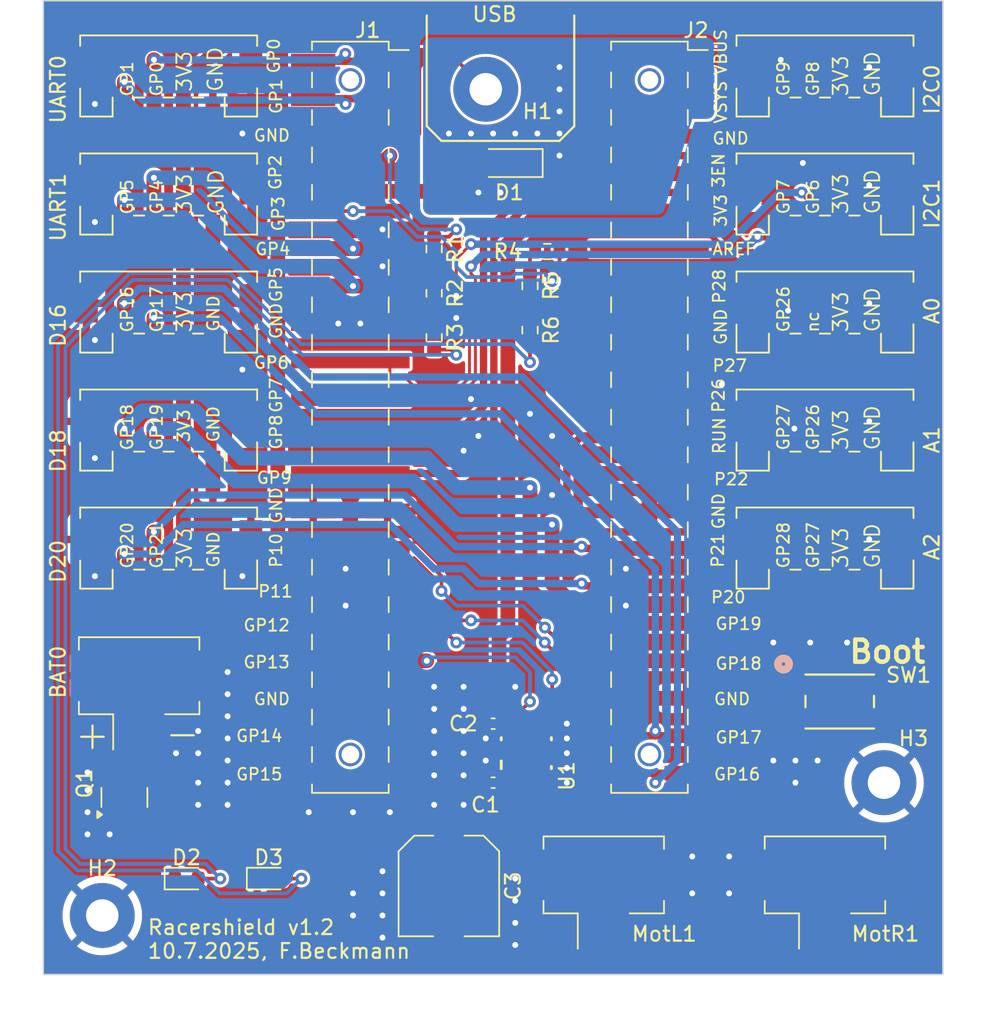
<source format=kicad_pcb>
(kicad_pcb (version 20241229) (generator "pcbnew") (generator_version "9.0")
  (layers (0 "F.Cu" signal) (2 "B.Cu" signal) (13 "F.Paste" user) (15 "B.Paste" user) (5 "F.SilkS" user "F.Silkscreen") (7 "B.SilkS" user "B.Silkscreen") (1 "F.Mask" user) (3 "B.Mask" user) (25 "Edge.Cuts" user))
  (net 0 "")
  (net 1 "I2C1_SCL{slash}GP7")
  (net 2 "I2C1_SDA{slash}GP6")
  (net 3 "UART1_TX{slash}SPI0_RX{slash}GP4")
  (net 4 "GP13")
  (net 5 "GP15")
  (net 6 "GND")
  (net 7 "UART1_RX{slash}SPI0_CS{slash}GP5")
  (net 8 "UART0_RX{slash}GP1")
  (net 9 "GP11")
  (net 10 "GP14")
  (net 11 "I2C0_SCL{slash}GP9")
  (net 12 "SPI0_TX{slash}GP3")
  (net 13 "SPI0_SCK{slash}GP2")
  (net 14 "GP12")
  (net 15 "I2C0_SDA{slash}GP8")
  (net 16 "UART0_TX{slash}GP0")
  (net 17 "GP10")
  (net 18 "VSYS")
  (net 19 "3V3")
  (net 20 "GP16")
  (net 21 "GP17")
  (net 22 "GP18")
  (net 23 "GP22")
  (net 24 "ADC0{slash}GP26")
  (net 25 "GP19")
  (net 26 "ADC_VREF")
  (net 27 "3V3_EN")
  (net 28 "VBUS")
  (net 29 "RUN")
  (net 30 "ADC2{slash}GP28")
  (net 31 "ADC1{slash}GP27")
  (net 32 "GP20")
  (net 33 "GP21")
  (net 35 "VBAT")
  (net 36 "Net-(MotL1-Pin_2)")
  (net 37 "Net-(MotL1-Pin_1)")
  (net 38 "Net-(MotR1-Pin_2)")
  (net 39 "Net-(MotR1-Pin_1)")
  (net 40 "VBATP")
  (net 41 "Net-(D2-A)")
  (net 42 "Net-(D3-A)")
  (net 43 "Net-(R1-Pad2)")
  (net 44 "Net-(R2-Pad2)")
  (net 45 "Net-(R4-Pad2)")
  (net 46 "Net-(R5-Pad2)")
  (footprint "Diode_SMD:Nexperia_CFP3_SOD-123W" (layer "F.Cu") (at 31.6 11 180)
    (property "Reference" "D1")
    (property "Value" "PMEG2010ER")
  )
  (footprint "fredo:GROVE-HW4-SMD-2.0" (layer "F.Cu") (at 53 28.5)
    (property "Reference" "A1")
    (property "Value" "Grove")
  )
  (footprint "Resistor_SMD:R_0603_1608Metric" (layer "F.Cu") (at 26.5 22.825 -90)
    (property "Reference" "R3")
    (property "Value" "150R")
  )
  (footprint "fredo:SW4_PTS815 SJM 250 SMTR LFS_CNK" (layer "F.Cu") (at 54 47.5)
    (property "Reference" "SW1")
    (property "Value" "PTS815 SJM 250 SMTR LFS")
  )
  (footprint "fredo:DSS0012A" (layer "F.Cu") (at 32.75 51 90)
    (property "Reference" "U1")
    (property "Value" "DRV8835DSSR")
  )
  (footprint "fredo:JST_PH_B2B-PH-SM4-TB_1x02-1MP_P2.00mm_Vertical" (layer "F.Cu") (at 38 61)
    (property "Reference" "MotL1")
    (property "Value" "B2B-PH-SM4-TB")
  )
  (footprint "Resistor_SMD:R_0603_1608Metric" (layer "F.Cu") (at 26.5 16.825 -90)
    (property "Reference" "R1")
    (property "Value" "150R")
  )
  (footprint "MountingHole:MountingHole_2.2mm_M2_Pad" (layer "F.Cu") (at 57 53)
    (property "Reference" "H3")
    (property "Value" "MountingHole_Pad")
  )
  (footprint "fredo:PinSocket_2x20_P2.54mm_Vertical_SMD" (layer "F.Cu") (at 20.82 28.23)
    (property "Reference" "J1")
    (property "Value" "Conn_02x20_Odd_Even")
  )
  (footprint "fredo:GROVE-HW4-SMD-2.0" (layer "F.Cu") (at 8.5 36.5)
    (property "Reference" "D20")
    (property "Value" "Grove")
  )
  (footprint "fredo:GROVE-HW4-SMD-2.0" (layer "F.Cu") (at 53 12.5)
    (property "Reference" "I2C1")
    (property "Value" "Grove" (hide yes))
  )
  (footprint "fredo:GROVE-HW4-SMD-2.0" (layer "F.Cu") (at 53 36.5)
    (property "Reference" "A2")
    (property "Value" "Grove")
  )
  (footprint "MountingHole:MountingHole_2.2mm_M2_Pad" (layer "F.Cu") (at 4 62)
    (property "Reference" "H2")
    (property "Value" "MountingHole_Pad")
  )
  (footprint "fredo:JST_PH_B2B-PH-SM4-TB_1x02-1MP_P2.00mm_Vertical" (layer "F.Cu") (at 6.5 47.5)
    (property "Reference" "BAT0")
    (property "Value" "B2B-PH-SM4-TB" (hide yes))
  )
  (footprint "Resistor_SMD:R_0603_1608Metric" (layer "F.Cu") (at 33 22.325 -90)
    (property "Reference" "R6")
    (property "Value" "150R")
  )
  (footprint "fredo:PinSocket_2x20_P2.54mm_Vertical_SMD" (layer "F.Cu") (at 41.1 28.23)
    (property "Reference" "J2")
    (property "Value" "Conn_02x20_Odd_Even")
  )
  (footprint "fredo:GROVE-HW4-SMD-2.0" (layer "F.Cu") (at 8.5 12.5)
    (property "Reference" "UART1")
    (property "Value" "Grove" (hide yes))
  )
  (footprint "Resistor_SMD:R_0603_1608Metric" (layer "F.Cu") (at 33 19.325 -90)
    (property "Reference" "R5")
    (property "Value" "150R")
  )
  (footprint "fredo:GROVE-HW4-SMD-2.0" (layer "F.Cu") (at 53 4.5)
    (property "Reference" "I2C0")
    (property "Value" "Grove" (hide yes))
  )
  (footprint "fredo:JST_PH_B2B-PH-SM4-TB_1x02-1MP_P2.00mm_Vertical" (layer "F.Cu") (at 53 61)
    (property "Reference" "MotR1")
    (property "Value" "B2B-PH-SM4-TB")
  )
  (footprint "Capacitor_SMD:C_0402_1005Metric" (layer "F.Cu") (at 30.5 49)
    (property "Reference" "C2")
    (property "Value" "CERAMIC-100NF-16V-10%-X7R_0402_" (hide yes))
  )
  (footprint "fredo:GROVE-HW4-SMD-2.0" (layer "F.Cu") (at 53 20.5)
    (property "Reference" "A0")
    (property "Value" "Grove")
  )
  (footprint "fredo:GROVE-HW4-SMD-2.0" (layer "F.Cu") (at 8.5 28.5)
    (property "Reference" "D18")
    (property "Value" "Grove")
  )
  (footprint "Resistor_SMD:R_0603_1608Metric" (layer "F.Cu") (at 34.175 17 180)
    (property "Reference" "R4")
    (property "Value" "150R")
  )
  (footprint "Capacitor_SMD:C_Elec_6.3x5.4" (layer "F.Cu") (at 27.5 60 -90)
    (property "Reference" "C3")
    (property "Value" "SMD-Cap-Aluminium-47uF-25V-D6.3-H5.4")
  )
  (footprint "fredo:GROVE-HW4-SMD-2.0" (layer "F.Cu") (at 8.5 4.5)
    (property "Reference" "UART0")
    (property "Value" "Grove" (hide yes))
  )
  (footprint "Package_TO_SOT_SMD:SOT-23" (layer "F.Cu") (at 5.5 54 90)
    (property "Reference" "Q1")
    (property "Value" "DMG2305UX" (hide yes))
  )
  (footprint "MountingHole:MountingHole_2.2mm_M2_Pad" (layer "F.Cu") (at 30 6)
    (property "Reference" "H1")
    (property "Value" "MountingHole_Pad" (hide yes))
  )
  (footprint "Capacitor_SMD:C_0402_1005Metric" (layer "F.Cu") (at 30.5 53)
    (property "Reference" "C1")
    (property "Value" "CERAMIC-100NF-16V-10%-X7R_0402_" (hide yes))
  )
  (footprint "LED_SMD:LED_0603_1608Metric" (layer "F.Cu") (at 9.7125 59.5)
    (property "Reference" "D2")
    (property "Value" "KT-0603R")
  )
  (footprint "LED_SMD:LED_0603_1608Metric" (layer "F.Cu") (at 15.2875 59.5)
    (property "Reference" "D3")
    (property "Value" "KT-0603R")
  )
  (footprint "Resistor_SMD:R_0603_1608Metric" (layer "F.Cu") (at 26.5 19.825 -90)
    (property "Reference" "R2")
    (property "Value" "150R")
  )
  (footprint "fredo:GROVE-HW4-SMD-2.0" (layer "F.Cu") (at 8.5 20.5)
    (property "Reference" "D16")
    (property "Value" "Grove")
  )
  (gr_line (start 36 8.5) (end 36 1) (stroke (width 0.15)) (layer "F.SilkS"))
  (gr_line (start 35 9.5) (end 36 8.5) (stroke (width 0.15)) (layer "F.SilkS"))
  (gr_line (start 26 1) (end 26 8.5) (stroke (width 0.15)) (layer "F.SilkS"))
  (gr_line (start 27 9.5) (end 35 9.5) (stroke (width 0.15)) (layer "F.SilkS"))
  (gr_line (start 26 8.5) (end 27 9.5) (stroke (width 0.15)) (layer "F.SilkS"))
  (gr_rect (start 0 0) (end 61 66) (stroke (width 0.1)) (fill no) (layer "Edge.Cuts"))
  (gr_text "P28" (at 46.3 20.6 90) (layer "F.SilkS") (effects (font (size 0.8 0.8) (thickness 0.125)) (justify left bottom)))
  (gr_text "3V3" (at 46.4 15.4 90) (layer "F.SilkS") (effects (font (size 0.8 0.8) (thickness 0.125)) (justify left bottom)))
  (gr_text "GP5" (at 16.25 20.5 90) (layer "F.SilkS") (effects (font (size 0.8 0.8) (thickness 0.125)) (justify left bottom)))
  (gr_text "GND" (at 12 22.5 90) (layer "F.SilkS") (effects (font (size 0.8 0.8) (thickness 0.125)) (justify left bottom)))
  (gr_text "RUN" (at 46.3 30.8 90) (layer "F.SilkS") (effects (font (size 0.8 0.8) (thickness 0.125)) (justify left bottom)))
  (gr_text "GP27" (at 52.6515 38.54978 90) (layer "F.SilkS") (effects (font (size 0.8 0.8) (thickness 0.125)) (justify left bottom)))
  (gr_text "-" (at 8.1 50.8 0) (layer "F.SilkS") (effects (font (size 2 2)) (justify left bottom)))
  (gr_text "3V3" (at 10.14896 22.56062 90) (layer "F.SilkS") (effects (font (size 1 1) (thickness 0.125)) (justify left bottom)))
  (gr_text "GP6" (at 52.6515 14.54978 90) (layer "F.SilkS") (effects (font (size 0.8 0.8) (thickness 0.125)) (justify left bottom)))
  (gr_text "3V3" (at 10.14896 6.25 90) (layer "F.SilkS") (effects (font (size 1 1) (thickness 0.125)) (justify left bottom)))
  (gr_text "P26" (at 46.25 28 90) (layer "F.SilkS") (effects (font (size 0.8 0.8) (thickness 0.125)) (justify left bottom)))
  (gr_text "GND" (at 45.3 9.8 0) (layer "F.SilkS") (effects (font (size 0.8 0.8) (thickness 0.125)) (justify left bottom)))
  (gr_text "GP15" (at 13 52.9 0) (layer "F.SilkS") (effects (font (size 0.8 0.8) (thickness 0.125)) (justify left bottom)))
  (gr_text "P20" (at 45.2 40.9 0) (layer "F.SilkS") (effects (font (size 0.8 0.8) (thickness 0.125)) (justify left bottom)))
  (gr_text "3V3" (at 54.64896 6.54978 90) (layer "F.SilkS") (effects (font (size 1 1) (thickness 0.125)) (justify left bottom)))
  (gr_text "GND" (at 56.8 38.54978 90) (layer "F.SilkS") (effects (font (size 1 1) (thickness 0.125)) (justify left bottom)))
  (gr_text "P11" (at 14.5 40.5 0) (layer "F.SilkS") (effects (font (size 0.8 0.8) (thickness 0.125)) (justify left bottom)))
  (gr_text "GND" (at 12.25 6.25 90) (layer "F.SilkS") (effects (font (size 1 1) (thickness 0.125)) (justify left bottom)))
  (gr_text "GP20" (at 6.1515 38.56062 90) (layer "F.SilkS") (effects (font (size 0.8 0.8) (thickness 0.125)) (justify left bottom)))
  (gr_text "3V3" (at 10.14896 38.56062 90) (layer "F.SilkS") (effects (font (size 1 1) (thickness 0.125)) (justify left bottom)))
  (gr_text "GP17" (at 45.5 50.4 0) (layer "F.SilkS") (effects (font (size 0.8 0.8) (thickness 0.125)) (justify left bottom)))
  (gr_text "3EN" (at 46.25 12.75 90) (layer "F.SilkS") (effects (font (size 0.8 0.8) (thickness 0.125)) (justify left bottom)))
  (gr_text "GP9" (at 50.6515 6.54978 90) (layer "F.SilkS") (effects (font (size 0.8 0.8) (thickness 0.125)) (justify left bottom)))
  (gr_text "GND" (at 45.4 47.8 0) (layer "F.SilkS") (effects (font (size 0.8 0.8) (thickness 0.125)) (justify left bottom)))
  (gr_text "VBUS" (at 46.4 5.1 90) (layer "F.SilkS") (effects (font (size 0.8 0.8) (thickness 0.125)) (justify left bottom)))
  (gr_text "GP0" (at 8.1515 6.56062 90) (layer "F.SilkS") (effects (font (size 0.8 0.8) (thickness 0.125)) (justify left bottom)))
  (gr_text "GP19" (at 45.5 42.7 0) (layer "F.SilkS") (effects (font (size 0.8 0.8) (thickness 0.125)) (justify left bottom)))
  (gr_text "GP26" (at 50.6515 22.54978 90) (layer "F.SilkS") (effects (font (size 0.8 0.8) (thickness 0.125)) (justify left bottom)))
  (gr_text "GND" (at 14.2 47.8 0) (layer "F.SilkS") (effects (font (size 0.8 0.8) (thickness 0.125)) (justify left bottom)))
  (gr_text "GP13" (at 13.5 45.3 0) (layer "F.SilkS") (effects (font (size 0.8 0.8) (thickness 0.125)) (justify left bottom)))
  (gr_text "GND" (at 12 38.5 90) (layer "F.SilkS") (effects (font (size 0.8 0.8) (thickness 0.125)) (justify left bottom)))
  (gr_text "GND" (at 56.8 6.54978 90) (layer "F.SilkS") (effects (font (size 1 1) (thickness 0.125)) (justify left bottom)))
  (gr_text "GP7" (at 16.25 28 90) (layer "F.SilkS") (effects (font (size 0.8 0.8) (thickness 0.125)) (justify left bottom)))
  (gr_text "GND" (at 16.25 23 90) (layer "F.SilkS") (effects (font (size 0.8 0.8) (thickness 0.125)) (justify left bottom)))
  (gr_text "USB" (at 29 1.5 0) (layer "F.SilkS") (effects (font (size 1 1)) (justify left bottom)))
  (gr_text "GP7" (at 50.6515 14.54978 90) (layer "F.SilkS") (effects (font (size 0.8 0.8) (thickness 0.125)) (justify left bottom)))
  (gr_text "P10" (at 16.25 38.5 90) (layer "F.SilkS") (effects (font (size 0.8 0.8) (thickness 0.125)) (justify left bottom)))
  (gr_text "GND" (at 16.25 35.5 90) (layer "F.SilkS") (effects (font (size 0.8 0.8) (thickness 0.125)) (justify left bottom)))
  (gr_text "GP8" (at 16.25 30.5 90) (layer "F.SilkS") (effects (font (size 0.8 0.8) (thickness 0.125)) (justify left bottom)))
  (gr_text "P27" (at 45.3 25.2 0) (layer "F.SilkS") (effects (font (size 0.8 0.8) (thickness 0.125)) (justify left bottom)))
  (gr_text "GP9" (at 14.4 32.8 0) (layer "F.SilkS") (effects (font (size 0.8 0.8) (thickness 0.125)) (justify left bottom)))
  (gr_text "Racershield v1.2\n10.7.2025, F.Beckmann" (at 7 65 0) (layer "F.SilkS") (effects (font (size 1 1)) (justify left bottom)))
  (gr_text "GND" (at 12 30 90) (layer "F.SilkS") (effects (font (size 0.8 0.8) (thickness 0.125)) (justify left bottom)))
  (gr_text "GP8" (at 52.6515 6.54978 90) (layer "F.SilkS") (effects (font (size 0.8 0.8) (thickness 0.125)) (justify left bottom)))
  (gr_text "GP5" (at 6.1515 14.56062 90) (layer "F.SilkS") (effects (font (size 0.8 0.8) (thickness 0.125)) (justify left bottom)))
  (gr_text "3V3" (at 54.64896 22.54978 90) (layer "F.SilkS") (effects (font (size 1 1) (thickness 0.125)) (justify left bottom)))
  (gr_text "VSYS" (at 46.4 8.4 90) (layer "F.SilkS") (effects (font (size 0.8 0.8) (thickness 0.125)) (justify left bottom)))
  (gr_text "3V3" (at 54.64896 14.54978 90) (layer "F.SilkS") (effects (font (size 1 1) (thickness 0.125)) (justify left bottom)))
  (gr_text "GP27" (at 50.6515 30.54978 90) (layer "F.SilkS") (effects (font (size 0.8 0.8) (thickness 0.125)) (justify left bottom)))
  (gr_text "3V3" (at 54.64896 38.54978 90) (layer "F.SilkS") (effects (font (size 1 1) (thickness 0.125)) (justify left bottom)))
  (gr_text "GP12" (at 13.5 42.8 0) (layer "F.SilkS") (effects (font (size 0.8 0.8) (thickness 0.125)) (justify left bottom)))
  (gr_text "GP18" (at 6.1515 30.54978 90) (layer "F.SilkS") (effects (font (size 0.8 0.8) (thickness 0.125)) (justify left bottom)))
  (gr_text "P22" (at 45.4 32.9 0) (layer "F.SilkS") (effects (font (size 0.8 0.8) (thickness 0.125)) (justify left bottom)))
  (gr_text "GP3" (at 16.4 15.7 90) (layer "F.SilkS") (effects (font (size 0.8 0.8) (thickness 0.125)) (justify left bottom)))
  (gr_text "3V3" (at 10.14896 14.56062 90) (layer "F.SilkS") (effects (font (size 1 1) (thickness 0.125)) (justify left bottom)))
  (gr_text "GP4" (at 8.1515 14.56062 90) (layer "F.SilkS") (effects (font (size 0.8 0.8) (thickness 0.125)) (justify left bottom)))
  (gr_text "GP1" (at 16.25 7.75 90) (layer "F.SilkS") (effects (font (size 0.8 0.8) (thickness 0.125)) (justify left bottom)))
  (gr_text "GP1" (at 6.1515 6.56062 90) (layer "F.SilkS") (effects (font (size 0.8 0.8) (thickness 0.125)) (justify left bottom)))
  (gr_text "nc" (at 52.6515 22.54978 90) (layer "F.SilkS") (effects (font (size 0.8 0.8) (thickness 0.125)) (justify left bottom)))
  (gr_text "GND" (at 56.8 30.54978 90) (layer "F.SilkS") (effects (font (size 1 1) (thickness 0.125)) (justify left bottom)))
  (gr_text "GND" (at 56.8 22.54978 90) (layer "F.SilkS") (effects (font (size 1 1) (thickness 0.125)) (justify left bottom)))
  (gr_text "GP16" (at 45.4 52.9 0) (layer "F.SilkS") (effects (font (size 0.8 0.8) (thickness 0.125)) (justify left bottom)))
  (gr_text "GP17" (at 8.1515 22.56062 90) (layer "F.SilkS") (effects (font (size 0.8 0.8) (thickness 0.125)) (justify left bottom)))
  (gr_text "GP14" (at 13 50.3 0) (layer "F.SilkS") (effects (font (size 0.8 0.8) (thickness 0.125)) (justify left bottom)))
  (gr_text "GP19" (at 8.1515 30.54978 90) (layer "F.SilkS") (effects (font (size 0.8 0.8) (thickness 0.125)) (justify left bottom)))
  (gr_text "GND" (at 56.8 14.54978 90) (layer "F.SilkS") (effects (font (size 1 1) (thickness 0.125)) (justify left bottom)))
  (gr_text "GP6" (at 14.2 25 0) (layer "F.SilkS") (effects (font (size 0.8 0.8) (thickness 0.125)) (justify left bottom)))
  (gr_text "GND" (at 46.4 23.4 90) (layer "F.SilkS") (effects (font (size 0.8 0.8) (thickness 0.125)) (justify left bottom)))
  (gr_text "Boot" (at 54.5 45 0) (layer "F.SilkS") (effects (font (size 1.5 1.5) (thickness 0.3) (bold yes)) (justify left bottom)))
  (gr_text "GND" (at 14.2 9.6 0) (layer "F.SilkS") (effects (font (size 0.8 0.8) (thickness 0.125)) (justify left bottom)))
  (gr_text "P21" (at 46.2 38.5 90) (layer "F.SilkS") (effects (font (size 0.8 0.8) (thickness 0.125)) (justify left bottom)))
  (gr_text "GP0" (at 16.1 5 90) (layer "F.SilkS") (effects (font (size 0.8 0.8) (thickness 0.125)) (justify left bottom)))
  (gr_text "GP21" (at 8.1515 38.56062 90) (layer "F.SilkS") (effects (font (size 0.8 0.8) (thickness 0.125)) (justify left bottom)))
  (gr_text "3V3" (at 54.64896 30.54978 90) (layer "F.SilkS") (effects (font (size 1 1) (thickness 0.125)) (justify left bottom)))
  (gr_text "3V3" (at 10 30 90) (layer "F.SilkS") (effects (font (size 0.8 0.8) (thickness 0.125)) (justify left bottom)))
  (gr_text "AREF" (at 45.3 17.3 0) (layer "F.SilkS") (effects (font (size 0.8 0.8) (thickness 0.125)) (justify left bottom)))
  (gr_text "GP18" (at 45.5 45.4 0) (layer "F.SilkS") (effects (font (size 0.8 0.8) (thickness 0.125)) (justify left bottom)))
  (gr_text "GND" (at 12.3 14.56062 90) (layer "F.SilkS") (effects (font (size 1 1) (thickness 0.125)) (justify left bottom)))
  (gr_text "GP4" (at 14.3 17.3 0) (layer "F.SilkS") (effects (font (size 0.8 0.8) (thickness 0.125)) (justify left bottom)))
  (gr_text "GP26" (at 52.6515 30.54978 90) (layer "F.SilkS") (effects (font (size 0.8 0.8) (thickness 0.125)) (justify left bottom)))
  (gr_text "GND" (at 46.25 35.9 90) (layer "F.SilkS") (effects (font (size 0.8 0.8) (thickness 0.125)) (justify left bottom)))
  (gr_text "GP2" (at 16.2 12.9 90) (layer "F.SilkS") (effects (font (size 0.8 0.8) (thickness 0.125)) (justify left bottom)))
  (gr_text "GP16" (at 6.1515 22.56062 90) (layer "F.SilkS") (effects (font (size 0.8 0.8) (thickness 0.125)) (justify left bottom)))
  (gr_text "GP28" (at 50.6515 38.54978 90) (layer "F.SilkS") (effects (font (size 0.8 0.8) (thickness 0.125)) (justify left bottom)))
  (gr_text "+" (at 2 50.9 0) (layer "F.SilkS") (effects (font (size 2 2)) (justify left bottom)))
  (segment (start 48.425 16) (end 50 16) (width 0.5) (layer "F.Cu") (net 1))
  (segment (start 18.3 26.96) (end 23.34 26.96) (width 1) (layer "F.Cu") (net 1))
  (segment (start 29 18) (end 29 18.5) (width 0.2) (layer "F.Cu") (net 1))
  (segment (start 28.04 26.96) (end 23.34 26.96) (width 0.2) (layer "F.Cu") (net 1))
  (segment (start 49.98916 16) (end 50 15.98916) (width 0.5) (layer "F.Cu") (net 1))
  (segment (start 29 18.5) (end 29.299 18.799) (width 0.2) (layer "F.Cu") (net 1))
  (segment (start 29.299 25.701) (end 28.04 26.96) (width 0.2) (layer "F.Cu") (net 1))
  (segment (start 29.299 18.799) (end 29.299 25.701) (width 0.2) (layer "F.Cu") (net 1))
  (segment (start 48.43584 15.98916) (end 48.425 16) (width 0.5) (layer "F.Cu") (net 1))
  (via (at 48.425 16) (size 0.8) (drill 0.4) (layers "F.Cu" "B.Cu") (net 1))
  (via (at 29 18) (size 0.8) (drill 0.4) (layers "F.Cu" "B.Cu") (net 1))
  (segment (start 29 18) (end 29.799 17.201) (width 0.5) (layer "B.Cu") (net 1))
  (segment (start 47.416364 16.5) (end 47.925 16.5) (width 0.5) (layer "B.Cu") (net 1))
  (segment (start 47.925 16.5) (end 48.425 16) (width 0.5) (layer "B.Cu") (net 1))
  (segment (start 46.715364 17.201) (end 47.416364 16.5) (width 0.5) (layer "B.Cu") (net 1))
  (segment (start 29.799 17.201) (end 46.715364 17.201) (width 0.5) (layer "B.Cu") (net 1))
  (segment (start 25.5 26.5) (end 24.5 25.5) (width 0.2) (layer "F.Cu") (net 2))
  (segment (start 28.898 19.5) (end 28.898 25.5349) (width 0.2) (layer "F.Cu") (net 2))
  (segment (start 24.5 25.5) (end 23.5 25.5) (width 0.2) (layer "F.Cu") (net 2))
  (segment (start 28 18.602) (end 28.898 19.5) (width 0.2) (layer "F.Cu") (net 2))
  (segment (start 27.9329 26.5) (end 25.5 26.5) (width 0.2) (layer "F.Cu") (net 2))
  (segment (start 23.5 24.58) (end 23.34 24.42) (width 0.2) (layer "F.Cu") (net 2))
  (segment (start 51.5 13) (end 52 13.5) (width 0.5) (layer "F.Cu") (net 2))
  (segment (start 51.425 13) (end 51.5 13) (width 0.5) (layer "F.Cu") (net 2))
  (segment (start 23.34 24.42) (end 18.3 24.42) (width 1) (layer "F.Cu") (net 2))
  (segment (start 28 17.5) (end 28 18.602) (width 0.2) (layer "F.Cu") (net 2))
  (segment (start 52 13.5) (end 52 16) (width 0.5) (layer "F.Cu") (net 2))
  (segment (start 29 16.5) (end 28 17.5) (width 0.2) (layer "F.Cu") (net 2))
  (segment (start 28.898 25.5349) (end 27.9329 26.5) (width 0.2) (layer "F.Cu") (net 2))
  (segment (start 23.5 25.5) (end 23.5 24.58) (width 0.2) (layer "F.Cu") (net 2))
  (via (at 51.425 13) (size 0.8) (drill 0.4) (layers "F.Cu" "B.Cu") (net 2))
  (via (at 29 16.5) (size 0.8) (drill 0.4) (layers "F.Cu" "B.Cu") (net 2))
  (segment (start 49.925 13) (end 51.425 13) (width 0.5) (layer "B.Cu") (net 2))
  (segment (start 46.425 16.5) (end 49.925 13) (width 0.5) (layer "B.Cu") (net 2))
  (segment (start 29 16.5) (end 46.425 16.5) (width 0.5) (layer "B.Cu") (net 2))
  (segment (start 7.5 16.5) (end 7.5 12) (width 1) (layer "F.Cu") (net 3))
  (segment (start 18.3 16.8) (end 21 16.8) (width 1) (layer "F.Cu") (net 3))
  (segment (start 21 16.8) (end 23.34 16.8) (width 1) (layer "F.Cu") (net 3))
  (via (at 7.5 12) (size 0.8) (drill 0.4) (layers "F.Cu" "B.Cu") (net 3))
  (via (at 21 16.8) (size 0.8) (drill 0.4) (layers "F.Cu" "B.Cu") (net 3))
  (segment (start 19.7 15.5) (end 14.5 15.5) (width 1) (layer "B.Cu") (net 3))
  (segment (start 11 12) (end 14.5 15.5) (width 1) (layer "B.Cu") (net 3))
  (segment (start 21 16.8) (end 19.7 15.5) (width 1) (layer "B.Cu") (net 3))
  (segment (start 7.5 12) (end 11 12) (width 1) (layer "B.Cu") (net 3))
  (segment (start 18.3 44.74) (end 23.34 44.74) (width 1) (layer "F.Cu") (net 4))
  (segment (start 26 44.74) (end 23.34 44.74) (width 1) (layer "F.Cu") (net 4))
  (segment (start 32.5 48) (end 32.5 50.050002) (width 0.25) (layer "F.Cu") (net 4))
  (segment (start 32.5 48) (end 33 47.5) (width 0.25) (layer "F.Cu") (net 4))
  (via (at 33 47.5) (size 0.8) (drill 0.4) (layers "F.Cu" "B.Cu") (net 4))
  (via (at 26 44.74) (size 0.8) (drill 0.4) (layers "F.Cu" "B.Cu") (net 4))
  (segment (start 26 44.74) (end 26.24 44.5) (width 0.25) (layer "B.Cu") (net 4))
  (segment (start 32 44.5) (end 33 45.5) (width 0.25) (layer "B.Cu") (net 4))
  (segment (start 26.24 44.5) (end 32 44.5) (width 0.25) (layer "B.Cu") (net 4))
  (segment (start 33 45.5) (end 33 47.5) (width 0.25) (layer "B.Cu") (net 4))
  (segment (start 18.3 52.36) (end 23.34 52.36) (width 0.5) (layer "F.Cu") (net 5))
  (segment (start 32.75 51) (end 34 51) (width 1) (layer "F.Cu") (net 6))
  (segment (start 25.5 9) (end 25.32 9.18) (width 0.25) (layer "F.Cu") (net 6))
  (segment (start 32 46.5) (end 32 47) (width 0.25) (layer "F.Cu") (net 6))
  (segment (start 30.04 49) (end 29.912503 49.127497) (width 0.25) (layer "F.Cu") (net 6))
  (segment (start 56 8) (end 56 36.5) (width 1) (layer "F.Cu") (net 6))
  (segment (start 21.5 21.88) (end 23.34 21.88) (width 1) (layer "F.Cu") (net 6))
  (segment (start 32 48.5) (end 32 46.5) (width 0.25) (layer "F.Cu") (net 6))
  (segment (start 32.425 51) (end 32.75 51) (width 0.25) (layer "F.Cu") (net 6))
  (segment (start 4.55 54.9375) (end 4.55 56.45) (width 0.5) (layer "F.Cu") (net 6))
  (segment (start 18.3 21.88) (end 20 21.88) (width 1) (layer "F.Cu") (net 6))
  (segment (start 32.000002 48.500002) (end 32 48.5) (width 0.25) (layer "F.Cu") (net 6))
  (segment (start 20.8 9.18) (end 23.34 9.18) (width 1) (layer "F.Cu") (net 6))
  (segment (start 34.063173 52.436827) (end 34.936827 52.436827) (width 0.25) (layer "F.Cu") (net 6))
  (segment (start 7.5 48) (end 7.5 51.5) (width 1) (layer "F.Cu") (net 6))
  (segment (start 32.75 51) (end 30.5 51) (width 1) (layer "F.Cu") (net 6))
  (segment (start 4.55 56.45) (end 4.5 56.5) (width 0.5) (layer "F.Cu") (net 6))
  (segment (start 46.78 47.28) (end 43.62 47.28) (width 0.5) (layer "F.Cu") (net 6))
  (segment (start 32.000002 50.575002) (end 32.425 51) (width 0.25) (layer "F.Cu") (net 6))
  (segment (start 34 51.950001) (end 34 52.373654) (width 0.25) (layer "F.Cu") (net 6))
  (segment (start 30.02 53) (end 29 53) (width 0.25) (layer "F.Cu") (net 6))
  (segment (start 29 53) (end 28.5 52.5) (width 0.25) (layer "F.Cu") (net 6))
  (segment (start 32.425 50.949998) (end 32.75 50.949998) (width 0.25) (layer "F.Cu") (net 6))
  (segment (start 30 6) (end 27.5 3.5) (width 0.25) (layer "F.Cu") (net 6))
  (segment (start 30.5 51) (end 30 51.5) (width 1) (layer "F.Cu") (net 6))
  (segment (start 27.5 3.5) (end 26.5 3.5) (width 0.25) (layer "F.Cu") (net 6))
  (segment (start 43.62 9.18) (end 38.58 9.18) (width 1) (layer "F.Cu") (net 6))
  (segment (start 48.074999 48.574999) (end 51.749999 48.574999) (width 0.5) (layer "F.Cu") (net 6))
  (segment (start 34.936827 52.436827) (end 35.5 53) (width 0.25) (layer "F.Cu") (net 6))
  (segment (start 20 21.88) (end 21.5 21.88) (width 1) (layer "F.Cu") (net 6))
  (segment (start 34 52.373654) (end 34.063173 52.436827) (width 0.25) (layer "F.Cu") (net 6))
  (segment (start 25.32 9.18) (end 23.34 9.18) (width 0.25) (layer "F.Cu") (net 6))
  (segment (start 34 51) (end 35.5 51) (width 1) (layer "F.Cu") (net 6))
  (segment (start 32.000002 48.500002) (end 32.000002 50.050002) (width 0.25) (layer "F.Cu") (net 6))
  (segment (start 43.62 21.88) (end 38.58 21.88) (width 1) (layer "F.Cu") (net 6))
  (segment (start 51.749999 48.574999) (end 56.250001 48.574999) (width 0.5) (layer "F.Cu") (net 6))
  (segment (start 7.5 51.5) (end 8.5 51.5) (width 1) (layer "F.Cu") (net 6))
  (segment (start 25.5 4.5) (end 25.5 9) (width 0.25) (layer "F.Cu") (net 6))
  (segment (start 46.78 47.28) (end 48.074999 48.574999) (width 0.5) (layer "F.Cu") (net 6))
  (segment (start 43.62 34.58) (end 38.58 34.58) (width 1) (layer "F.Cu") (net 6))
  (segment (start 18.3 34.58) (end 23.34 34.58) (width 1) (layer "F.Cu") (net 6))
  (segment (start 18.3 9.18) (end 20.8 9.18) (width 1) (layer "F.Cu") (net 6))
  (segment (start 8.5 51.5) (end 9 51) (width 1) (layer "F.Cu") (net 6))
  (segment (start 29 49) (end 28.5 49.5) (width 0.25) (layer "F.Cu") (net 6))
  (segment (start 26.5 3.5) (end 25.5 4.5) (width 0.25) (layer "F.Cu") (net 6))
  (segment (start 30.02 49) (end 29 49) (width 0.25) (layer "F.Cu") (net 6))
  (segment (start 43.62 47.28) (end 39.22 47.28) (width 1) (layer "F.Cu") (net 6))
  (segment (start 56 36.5) (end 56 40) (width 1) (layer "F.Cu") (net 6))
  (segment (start 18.3 47.28) (end 23.34 47.28) (width 1) (layer "F.Cu") (net 6))
  (segment (start 2.425 37.575) (end 3 37) (width 0.5) (layer "F.Cu") (net 6))
  (via (at 13.5 9) (size 0.8) (drill 0.4) (layers "F.Cu" "B.Cu") (net 6))
  (via (at 49.5 51.5) (size 0.8) (drill 0.4) (layers "F.Cu" "B.Cu") (net 6))
  (via (at 23 60.5) (size 0.8) (drill 0.4) (layers "F.Cu" "B.Cu") (net 6))
  (via (at 28.5 54.5) (size 0.8) (drill 0.4) (layers "F.Cu" "B.Cu") (net 6))
  (via (at 21 55) (size 0.8) (drill 0.4) (layers "F.Cu" "B.Cu") (net 6))
  (via (at 32 46.5) (size 0.8) (drill 0.4) (layers "F.Cu" "B.Cu") (net 6))
  (via (at 3.5 39) (size 0.8) (drill 0.4) (layers "F.Cu" "B.Cu") (net 6))
  (via (at 35.5 52) (size 0.8) (drill 0.4) (layers "F.Cu" "B.Cu") (net 6))
  (via (at 29 27) (size 0.8) (drill 0.4) (layers "F.Cu" "B.Cu") (net 6))
  (via (at 50 4) (size 0.8) (drill 0.4) (layers "F.Cu" "B.Cu") (net 6))
  (via (at 46 26) (size 0.8) (drill 0.4) (layers "F.Cu" "B.Cu") (net 6))
  (via (at 26.5 49.5) (size 0.8) (drill 0.4) (layers "F.Cu" "B.Cu") (net 6))
  (via (at 56 20.5) (size 0.8) (drill 0.4) (layers "F.Cu" "B.Cu") (net 6))
  (via (at 23.5 55) (size 0.8) (drill 0.4) (layers "F.Cu" "B.Cu") (net 6))
  (via (at 32 59.5) (size 0.8) (drill 0.4) (layers "F.Cu" "B.Cu") (net 6))
  (via (at 3.5 23) (size 0.8) (drill 0.4) (layers "F.Cu" "B.Cu") (net 6))
  (via (at 32 62.5) (size 0.8) (drill 0.4) (layers "F.Cu" "B.Cu") (net 6))
  (via (at 51 51.5) (size 0.8) (drill 0.4) (layers "F.Cu" "B.Cu") (net 6))
  (via (at 9 51) (size 0.8) (drill 0.4) (layers "F.Cu" "B.Cu") (net 6))
  (via (at 12.5 53) (size 0.8) (drill 0.4) (layers "F.Cu" "B.Cu") (net 6))
  (via (at 3.5 15) (size 0.8) (drill 0.4) (layers "F.Cu" "B.Cu") (net 6))
  (via (at 39.5 41) (size 0.8) (drill 0.4) (layers "F.Cu" "B.Cu") (net 6))
  (via (at 34.5 33.5) (size 0.8) (drill 0.4) (layers "F.Cu" "B.Cu") (net 6))
  (via (at 51 53) (size 0.8) (drill 0.4) (layers "F.Cu" "B.Cu") (net 6))
  (via (at 12.5 47) (size 0.8) (drill 0.4) (layers "F.Cu" "B.Cu") (net 6))
  (via (at 23 59) (size 0.8) (drill 0.4) (layers "F.Cu" "B.Cu") (net 6))
  (via (at 18 55) (size 0.8) (drill 0.4) (layers "F.Cu" "B.Cu") (net 6))
  (via (at 56 12.5) (size 0.8) (drill 0.4) (layers "F.Cu" "B.Cu") (net 6))
  (via (at 46.5 60.5) (size 0.8) (drill 0.4) (layers "F.Cu" "B.Cu") (net 6))
  (via (at 29.5 29.5) (size 0.8) (drill 0.4) (layers "F.Cu" "B.Cu") (net 6))
  (via (at 28 20) (size 0.8) (drill 0.4) (layers "F.Cu" "B.Cu") (net 6))
  (via (at 12.5 54.5) (size 0.8) (drill 0.4) (layers "F.Cu" "B.Cu") (net 6))
  (via (at 50.925 29) (size 0.8) (drill 0.4) (layers "F.Cu" "B.Cu") (net 6))
  (via (at 44 60.5) (size 0.8) (drill 0.4) (layers "F.Cu" "B.Cu") (net 6))
  (via (at 52.5 51.5) (size 0.8) (drill 0.4) (layers "F.Cu" "B.Cu") (net 6))
  (via (at 4.5 56.5) (size 0.8) (drill 0.4) (layers "F.Cu" "B.Cu") (net 6))
  (via (at 30 50) (size 0.8) (drill 0.4) (layers "F.Cu" "B.Cu") (net 6))
  (via (at 35.5 51) (size 0.8) (drill 0.4) (layers "F.Cu" "B.Cu") (net 6))
  (via (at 10.5 54.5) (size 0.8) (drill 0.4) (layers "F.Cu" "B.Cu") (net 6))
  (via (at 23 18) (size 0.8) (drill 0.4) (layers "F.Cu" "B.Cu") (net 6))
  (via (at 35.5 49) (size 0.8) (drill 0.4) (layers "F.Cu" "B.Cu") (net 6))
  (via (at 28.5 51) (size 0.8) (drill 0.4) (layers "F.Cu" "B.Cu") (net 6))
  (via (at 34.5 29.5) (size 0.8) (drill 0.4) (layers "F.Cu" "B.Cu") (net 6))
  (via (at 26.5 54.5) (size 0.8) (drill 0.4) (layers "F.Cu" "B.Cu") (net 6))
  (via (at 13.5 25) (size 0.8) (drill 0.4) (layers "F.Cu" "B.Cu") (net 6))
  (via (at 54.5 43.5) (size 0.8) (drill 0.4) (layers "F.Cu" "B.Cu") (net 6))
  (via (at 10.5 53) (size 0.8) (drill 0.4) (layers "F.Cu" "B.Cu") (net 6))
  (via (at 3 53.5) (size 0.8) (drill 0.4) (layers "F.Cu" "B.Cu") (net 6))
  (via (at 21 60.5) (size 0.8) (drill 0.4) (layers "F.Cu" "B.Cu") (net 6))
  (via (at 35.5 53) (size 0.8) (drill 0.4) (layers "F.Cu" "B.Cu") (net 6))
  (via (at 28.5 48) (size 0.8) (drill 0.4) (layers "F.Cu" "B.Cu") (net 6))
  (via (at 3 52.3) (size 0.8) (drill 0.4) (layers "F.Cu" "B.Cu") (net 6))
  (via (at 12.5 48.5) (size 0.8) (drill 0.4) (layers "F.Cu" "B.Cu") (net 6))
  (via (at 20.5 38.5) (size 0.8) (drill 0.4) (layers "F.Cu" "B.Cu") (net 6))
  (via (at 32 64) (size 0.8) (drill 0.4) (layers "F.Cu" "B.Cu") (net 6))
  (via (at 10.5 51) (size 0.8) (drill 0.4) (layers "F.Cu" "B.Cu") (net 6))
  (via (at 12.5 51.5) (size 0.8) (drill 0.4) (layers "F.Cu" "B.Cu") (net 6))
  (via (at 44 58) (size 0.8) (drill 0.4) (layers "F.Cu" "B.Cu") (net 6))
  (via (at 3 55) (size 0.8) (drill 0.4) (layers "F.Cu" "B.Cu") (net 6))
  (via (at 52 43.5) (size 0.8) (drill 0.4) (layers "F.Cu" "B.Cu") (net 6))
  (via (at 12.5 50) (size 0.8) (drill 0.4) (layers "F.Cu" "B.Cu") (net 6))
  (via (at 28.5 49.5) (size 0.8) (drill 0.4) (layers "F.Cu" "B.Cu") (net 6))
  (via (at 35.5 50) (size 0.8) (drill 0.4) (layers "F.Cu" "B.Cu") (net 6))
  (via (at 21.5 21.88) (size 0.8) (drill 0.4) (layers "F.Cu" "B.Cu") (net 6))
  (via (at 20 21.88) (size 0.8) (drill 0.4) (layers "F.Cu" "B.Cu") (net 6))
  (via (at 26.5 46.5) (size 0.8) (drill 0.4) (layers "F.Cu" "B.Cu") (net 6))
  (via (at 10.5 49.5) (size 0.8) (drill 0.4) (layers "F.Cu" "B.Cu") (net 6))
  (via (at 56 28.5) (size 0.8) (drill 0.4) (layers "F.Cu" "B.Cu") (net 6))
  (via (at 30 51.5) (size 0.8) (drill 0.4) (layers "F.Cu" "B.Cu") (net 6))
  (via (at 56 4.5) (size 0.8) (drill 0.4) (layers "F.Cu" "B.Cu") (net 6))
  (via (at 3 56.5) (size 0.8) (drill 0.4) (layers "F.Cu" "B.Cu") (net 6))
  (via (at 20.5 41) (size 0.8) (drill 0.4) (layers "F.Cu" "B.Cu") (net 6))
  (via (at 3.5 31) (size 0.8) (drill 0.4) (layers "F.Cu" "B.Cu") (net 6))
  (via (at 28.5 46.5) (size 0.8) (drill 0.4) (layers "F.Cu" "B.Cu") (net 6))
  (via (at 39.5 38.5) (size 0.8) (drill 0.4) (layers "F.Cu" "B.Cu") (net 6))
  (via (at 21 62) (size 0.8) (drill 0.4) (layers "F.Cu" "B.Cu") (net 6))
  (via (at 23 62) (size 0.8) (drill 0.4) (layers "F.Cu" "B.Cu") (net 6))
  (via (at 56 36.5) (size 0.8) (drill 0.4) (layers "F.Cu" "B.Cu") (net 6))
  (via (at 46.5 58) (size 0.8) (drill 0.4) (layers "F.Cu" "B.Cu") (net 6))
  (via (at 23 63.5) (size 0.8) (drill 0.4) (layers "F.Cu" "B.Cu") (net 6))
  (via (at 28.5 52.5) (size 0.8) (drill 0.4) (layers "F.Cu" "B.Cu") (net 6))
  (via (at 23 15.5) (size 0.8) (drill 0.4) (layers "F.Cu" "B.Cu") (net 6))
  (via (at 28 21.5) (size 0.8) (drill 0.4) (layers "F.Cu" "B.Cu") (net 6))
  (via (at 50.5 21) (size 0.8) (drill 0.4) (layers "F.Cu" "B.Cu") (net 6))
  (via (at 26.5 48) (size 0.8) (drill 0.4) (layers "F.Cu" "B.Cu") (net 6))
  (via (at 12.5 45.5) (size 0.8) (drill 0.4) (layers "F.Cu" "B.Cu") (net 6))
  (via (at 51.5 11) (size 0.8) (drill 0.4) (layers "F.Cu" "B.Cu") (net 6))
  (via (at 3.5 7) (size 0.8) (drill 0.4) (layers "F.Cu" "B.Cu") (net 6))
  (via (at 13.5 39) (size 0.8) (drill 0.4) (layers "F.Cu" "B.Cu") (net 6))
  (via (at 32 61) (size 0.8) (drill 0.4) (layers "F.Cu" "B.Cu") (net 6))
  (via (at 26.5 51) (size 0.8) (drill 0.4) (layers "F.Cu" "B.Cu") (net 6))
  (via (at 33 28) (size 0.8) (drill 0.4) (layers "F.Cu" "B.Cu") (net 6))
  (via (at 49.5 43.5) (size 0.8) (drill 0.4) (layers "F.Cu" "B.Cu") (net 6))
  (via (at 26.5 52.5) (size 0.8) (drill 0.4) (layers "F.Cu" "B.Cu") (net 6))
  (via (at 28.5 30.5) (size 0.8) (drill 0.4) (layers "F.Cu" "B.Cu") (net 6))
  (segment (start 18.3 19.34) (end 21 19.34) (width 1) (layer "F.Cu") (net 7))
  (segment (start 21 19.34) (end 23.34 19.34) (width 1) (layer "F.Cu") (net 7))
  (segment (start 5.5 16.5) (end 5.5 13.5) (width 1) (layer "F.Cu") (net 7))
  (via (at 5.5 13.5) (size 0.8) (drill 0.4) (layers "F.Cu" "B.Cu") (net 7))
  (via (at 21 19.34) (size 0.8) (drill 0.4) (layers "F.Cu" "B.Cu") (net 7))
  (segment (start 5.5 13.5) (end 10 13.5) (width 1) (layer "B.Cu") (net 7))
  (segment (start 10 13.5) (end 14.5 18) (width 1) (layer "B.Cu") (net 7))
  (segment (start 21 19.34) (end 19.66 18) (width 1) (layer "B.Cu") (net 7))
  (segment (start 19.66 18) (end 14.5 18) (width 1) (layer "B.Cu") (net 7))
  (segment (start 5.5 8) (end 5.5 5.5) (width 1) (layer "F.Cu") (net 8))
  (segment (start 20.5 7) (end 20.5 6.64) (width 0.5) (layer "F.Cu") (net 8))
  (segment (start 20.5 6.64) (end 23.34 6.64) (width 0.5) (layer "F.Cu") (net 8))
  (segment (start 18.3 6.64) (end 20.5 6.64) (width 0.5) (layer "F.Cu") (net 8))
  (via (at 5.5 5.5) (size 0.8) (drill 0.4) (layers "F.Cu" "B.Cu") (net 8))
  (via (at 20.5 7) (size 0.8) (drill 0.4) (layers "F.Cu" "B.Cu") (net 8))
  (segment (start 20.232504 6.732504) (end 6.732504 6.732504) (width 0.5) (layer "B.Cu") (net 8))
  (segment (start 6.732504 6.732504) (end 5.5 5.5) (width 0.5) (layer "B.Cu") (net 8))
  (segment (start 20.5 7) (end 20.232504 6.732504) (width 0.5) (layer "B.Cu") (net 8))
  (segment (start 35.225 46.936701) (end 33.500001 48.6617) (width 0.25) (layer "F.Cu") (net 9))
  (segment (start 29 42) (end 27.34 42) (width 0.25) (layer "F.Cu") (net 9))
  (segment (start 33.500001 48.6617) (end 33.500001 50.050002) (width 0.25) (layer "F.Cu") (net 9))
  (segment (start 35.225 44.725) (end 35.225 46.936701) (width 0.25) (layer "F.Cu") (net 9))
  (segment (start 34 43.5) (end 35.225 44.725) (width 0.25) (layer "F.Cu") (net 9))
  (segment (start 18.3 39.66) (end 23.34 39.66) (width 1) (layer "F.Cu") (net 9))
  (segment (start 25 39.66) (end 23.34 39.66) (width 0.25) (layer "F.Cu") (net 9))
  (segment (start 27.34 42) (end 25 39.66) (width 0.25) (layer "F.Cu") (net 9))
  (via (at 29 42) (size 0.8) (drill 0.4) (layers "F.Cu" "B.Cu") (net 9))
  (via (at 34 43.5) (size 0.8) (drill 0.4) (layers "F.Cu" "B.Cu") (net 9))
  (segment (start 34 43.5) (end 32.5 42) (width 0.25) (layer "B.Cu") (net 9))
  (segment (start 32.5 42) (end 29 42) (width 0.25) (layer "B.Cu") (net 9))
  (segment (start 18.3 49.82) (end 23.34 49.82) (width 0.5) (layer "F.Cu") (net 10))
  (segment (start 37.09995 13) (end 36.78995 13.31) (width 0.5) (layer "F.Cu") (net 11))
  (segment (start 36.78995 13.31) (end 33.346497 13.31) (width 0.5) (layer "F.Cu") (net 11))
  (segment (start 33.346497 13.31) (end 30.55 16.106497) (width 0.5) (layer "F.Cu") (net 11))
  (segment (start 30.55 16.106497) (end 30.55 30) (width 0.5) (layer "F.Cu") (net 11))
  (segment (start 45.925 12.575) (end 45.5 13) (width 0.5) (layer "F.Cu") (net 11))
  (segment (start 48.91495 8) (end 50 8) (width 0.5) (layer "F.Cu") (net 11))
  (segment (start 45.925 10.98995) (end 48.91495 8) (width 0.5) (layer "F.Cu") (net 11))
  (segment (start 18.3 32.04) (end 23.34 32.04) (width 1) (layer "F.Cu") (net 11))
  (segment (start 30.55 30) (end 28.51 32.04) (width 0.5) (layer "F.Cu") (net 11))
  (segment (start 45.925 10.98995) (end 45.925 12.575) (width 0.5) (layer "F.Cu") (net 11))
  (segment (start 28.51 32.04) (end 23.34 32.04) (width 0.5) (layer "F.Cu") (net 11))
  (segment (start 45.5 13) (end 37.09995 13) (width 0.5) (layer "F.Cu") (net 11))
  (segment (start 18.3 14.26) (end 21 14.26) (width 0.25) (layer "F.Cu") (net 12))
  (segment (start 34.5 19) (end 35 18.5) (width 0.25) (layer "F.Cu") (net 12))
  (segment (start 21 14.26) (end 23.34 14.26) (width 0.25) (layer "F.Cu") (net 12))
  (segment (start 35 18.5) (end 35 17) (width 0.25) (layer "F.Cu") (net 12))
  (via (at 34.5 19) (size 0.8) (drill 0.4) (layers "F.Cu" "B.Cu") (net 12))
  (via (at 21 14.26) (size 0.8) (drill 0.4) (layers "F.Cu" "B.Cu") (net 12))
  (segment (start 34.5 19) (end 34 18.5) (width 0.25) (layer "B.Cu") (net 12))
  (segment (start 32 18.5) (end 31.774 18.726) (width 0.25) (layer "B.Cu") (net 12))
  (segment (start 28 18.02672) (end 28 17) (width 0.25) (layer "B.Cu") (net 12))
  (segment (start 27 16) (end 25.36219 16) (width 0.25) (layer "B.Cu") (net 12))
  (segment (start 31.774 18.726) (end 28.69928 18.726) (width 0.25) (layer "B.Cu") (net 12))
  (segment (start 23.62219 14.26) (end 21 14.26) (width 0.25) (layer "B.Cu") (net 12))
  (segment (start 34 18.5) (end 32 18.5) (width 0.25) (layer "B.Cu") (net 12))
  (segment (start 25.36219 16) (end 23.62219 14.26) (width 0.25) (layer "B.Cu") (net 12))
  (segment (start 28 17) (end 27 16) (width 0.25) (layer "B.Cu") (net 12))
  (segment (start 28.69928 18.726) (end 28 18.02672) (width 0.25) (layer "B.Cu") (net 12))
  (segment (start 18.3 11.72) (end 23.34 11.72) (width 1) (layer "F.Cu") (net 13))
  (segment (start 27.5 16) (end 26.5 16) (width 0.25) (layer "F.Cu") (net 13))
  (segment (start 23.34 11.72) (end 23.34 10.66) (width 1) (layer "F.Cu") (net 13))
  (segment (start 23.34 10.66) (end 23.5 10.5) (width 1) (layer "F.Cu") (net 13))
  (segment (start 28 15.5) (end 27.5 16) (width 0.25) (layer "F.Cu") (net 13))
  (via (at 23.5 10.5) (size 0.8) (drill 0.4) (layers "F.Cu" "B.Cu") (net 13))
  (via (at 28 15.5) (size 0.8) (drill 0.4) (layers "F.Cu" "B.Cu") (net 13))
  (segment (start 25.5 15.5) (end 23.5 13.5) (width 0.25) (layer "B.Cu") (net 13))
  (segment (start 23.5 13.5) (end 23.5 10.5) (width 0.25) (layer "B.Cu") (net 13))
  (segment (start 28 15.5) (end 25.5 15.5) (width 0.25) (layer "B.Cu") (net 13))
  (segment (start 34.5 46) (end 34.5 47.025305) (width 0.25) (layer "F.Cu") (net 14))
  (segment (start 26.7 42.2) (end 28 43.5) (width 0.25) (layer "F.Cu") (net 14))
  (segment (start 34.5 47.025305) (end 33.012653 48.512653) (width 0.25) (layer "F.Cu") (net 14))
  (segment (start 23.34 42.2) (end 26.7 42.2) (width 0.25) (layer "F.Cu") (net 14))
  (segment (start 33.012653 48.512653) (end 33 48.525306) (width 0.25) (layer "F.Cu") (net 14))
  (segment (start 18.3 42.2) (end 23.34 42.2) (width 1) (layer "F.Cu") (net 14))
  (segment (start 33 48.525306) (end 33 50.050002) (width 0.25) (layer "F.Cu") (net 14))
  (segment (start 33.012653 48.512653) (end 33 48.525305) (width 0.25) (layer "F.Cu") (net 14))
  (via (at 34.5 46) (size 0.8) (drill 0.4) (layers "F.Cu" "B.Cu") (net 14))
  (via (at 28 43.5) (size 0.8) (drill 0.4) (layers "F.Cu" "B.Cu") (net 14))
  (segment (start 34.5 45.5) (end 32.5 43.5) (width 0.25) (layer "B.Cu") (net 14))
  (segment (start 34.5 46) (end 34.5 45.5) (width 0.25) (layer "B.Cu") (net 14))
  (segment (start 32.5 43.5) (end 28 43.5) (width 0.25) (layer "B.Cu") (net 14))
  (segment (start 49 6.925) (end 49 6) (width 0.5) (layer "F.Cu") (net 15))
  (segment (start 23.34 29.5) (end 27.85 29.5) (width 0.5) (layer "F.Cu") (net 15))
  (segment (start 51.567338 5.5) (end 52 5.932662) (width 0.5) (layer "F.Cu") (net 15))
  (segment (start 33.056547 12.61) (end 34.59 12.61) (width 0.5) (layer "F.Cu") (net 15))
  (segment (start 52 7.98916) (end 52 7.08916) (width 0.5) (layer "F.Cu") (net 15))
  (segment (start 18.3 29.5) (end 23.34 29.5) (width 1) (layer "F.Cu") (net 15))
  (segment (start 49 6) (end 49.5 5.5) (width 0.5) (layer "F.Cu") (net 15))
  (segment (start 52 5.932662) (end 52 8) (width 0.5) (layer "F.Cu") (net 15))
  (segment (start 45.425 10.5) (end 49 6.925) (width 0.5) (layer "F.Cu") (net 15))
  (segment (start 36.7 10.5) (end 45.425 10.5) (width 0.5) (layer "F.Cu") (net 15))
  (segment (start 27.85 29.5) (end 29.85 27.5) (width 0.5) (layer "F.Cu") (net 15))
  (segment (start 34.59 12.61) (end 36.7 10.5) (width 0.5) (layer "F.Cu") (net 15))
  (segment (start 49.5 5.5) (end 51.567338 5.5) (width 0.5) (layer "F.Cu") (net 15))
  (segment (start 29.85 15.816547) (end 33.056547 12.61) (width 0.5) (layer "F.Cu") (net 15))
  (segment (start 29.85 27.5) (end 29.85 15.816547) (width 0.5) (layer "F.Cu") (net 15))
  (segment (start 7.5 8) (end 7.5 4) (width 1) (layer "F.Cu") (net 16))
  (segment (start 18.3 4.1) (end 20.5 4.1) (width 0.5) (layer "F.Cu") (net 16))
  (segment (start 20.5 4.1) (end 23.34 4.1) (width 0.5) (layer "F.Cu") (net 16))
  (segment (start 20.478149 3.6) (end 20.478149 4.078149) (width 0.5) (layer "F.Cu") (net 16))
  (segment (start 20.478149 4.078149) (end 20.5 4.1) (width 0.5) (layer "F.Cu") (net 16))
  (via (at 20.478149 3.6) (size 0.8) (drill 0.4) (layers "F.Cu" "B.Cu") (net 16))
  (via (at 7.5 4) (size 0.8) (drill 0.4) (layers "F.Cu" "B.Cu") (net 16))
  (segment (start 7.507496 4.007496) (end 7.5 4) (width 0.5) (layer "B.Cu") (net 16))
  (segment (start 20.478149 3.6) (end 20.070653 4.007496) (width 0.5) (layer "B.Cu") (net 16))
  (segment (start 20.070653 4.007496) (end 7.507496 4.007496) (width 0.5) (layer "B.Cu") (net 16))
  (segment (start 35.95 46.848097) (end 34 48.798097) (width 0.25) (layer "F.Cu") (net 17))
  (segment (start 34 50.050002) (end 34 48.798097) (width 0.25) (layer "F.Cu") (net 17))
  (segment (start 18.3 37.12) (end 23.34 37.12) (width 1) (layer "F.Cu") (net 17))
  (segment (start 27 39) (end 25.12 37.12) (width 0.25) (layer "F.Cu") (net 17))
  (segment (start 27 40) (end 27 39) (width 0.25) (layer "F.Cu") (net 17))
  (segment (start 35.95 44.424694) (end 35.95 46.848097) (width 0.25) (layer "F.Cu") (net 17))
  (segment (start 25.12 37.12) (end 23.34 37.12) (width 0.25) (layer "F.Cu") (net 17))
  (segment (start 34.012653 42.487347) (end 35.95 44.424694) (width 0.25) (layer "F.Cu") (net 17))
  (via (at 27 40) (size 0.8) (drill 0.4) (layers "F.Cu" "B.Cu") (net 17))
  (via (at 34.012653 42.487347) (size 0.8) (drill 0.4) (layers "F.Cu" "B.Cu") (net 17))
  (segment (start 34.012652 42.487347) (end 32.525305 41) (width 0.25) (layer "B.Cu") (net 17))
  (segment (start 32.525305 41) (end 28 41) (width 0.25) (layer "B.Cu") (net 17))
  (segment (start 28 41) (end 27 40) (width 0.25) (layer "B.Cu") (net 17))
  (segment (start 34.012653 42.487347) (end 34.012652 42.487347) (width 0.25) (layer "B.Cu") (net 17))
  (segment (start 43.62 6.64) (end 38.58 6.64) (width 0.5) (layer "F.Cu") (net 18))
  (segment (start 38.5 6.64) (end 38.14 6.64) (width 1) (layer "F.Cu") (net 18))
  (via (at 35 10.5) (size 0.8) (drill 0.4) (layers "F.Cu" "B.Cu") (net 18))
  (via (at 30.5 9) (size 0.8) (drill 0.4) (layers "F.Cu" "B.Cu") (net 18))
  (via (at 29 9) (size 0.8) (drill 0.4) (layers "F.Cu" "B.Cu") (net 18))
  (via (at 32 9) (size 0.8) (drill 0.4) (layers "F.Cu" "B.Cu") (net 18))
  (via (at 33.5 9) (size 0.8) (drill 0.4) (layers "F.Cu" "B.Cu") (net 18))
  (via (at 29.5 13) (size 0.8) (drill 0.4) (layers "F.Cu" "B.Cu") (net 18))
  (via (at 27.5 9) (size 0.8) (drill 0.4) (layers "F.Cu" "B.Cu") (net 18))
  (via (at 35 6) (size 0.8) (drill 0.4) (layers "F.Cu" "B.Cu") (net 18))
  (via (at 35 9) (size 0.8) (drill 0.4) (layers "F.Cu" "B.Cu") (net 18))
  (via (at 31 13) (size 0.8) (drill 0.4) (layers "F.Cu" "B.Cu") (net 18))
  (via (at 35 7.5) (size 0.8) (drill 0.4) (layers "F.Cu" "B.Cu") (net 18))
  (via (at 35 4.5) (size 0.8) (drill 0.4) (layers "F.Cu" "B.Cu") (net 18))
  (segment (start 31.5 42.5) (end 31.5 16.5) (width 1) (layer "F.Cu") (net 19))
  (segment (start 54 4) (end 54 8) (width 1) (layer "F.Cu") (net 19))
  (segment (start 54 8) (end 54 40) (width 1) (layer "F.Cu") (net 19))
  (segment (start 31.5 49.52) (end 30.98 49) (width 0.25) (layer "F.Cu") (net 19))
  (segment (start 9.5 5.61084) (end 12.61084 2.5) (width 1) (layer "F.Cu") (net 19))
  (segment (start 30.98 49) (end 31 49) (width 0.25) (layer "F.Cu") (net 19))
  (segment (start 46.085 14.26) (end 46.085 15.47416) (width 1) (layer "F.Cu") (net 19))
  (segment (start 9.5 24) (end 9.5 32) (width 1) (layer "F.Cu") (net 19))
  (segment (start 49.11084 18.5) (end 54 18.5) (width 1) (layer "F.Cu") (net 19))
  (segment (start 30.9 47.9) (end 30.9 43.1) (width 1) (layer "F.Cu") (net 19))
  (segment (start 9.5 16.5) (end 9.5 24) (width 1) (layer "F.Cu") (net 19))
  (segment (start 30.98 49) (end 30.98 47.98) (width 0.25) (layer "F.Cu") (net 19))
  (segment (start 52.5 2.5) (end 54 4) (width 1) (layer "F.Cu") (net 19))
  (segment (start 30.9 43.1) (end 31.5 42.5) (width 1) (layer "F.Cu") (net 19))
  (segment (start 9.5 8) (end 9.5 16.5) (width 1) (layer "F.Cu") (net 19))
  (segment (start 46.085 15.47416) (end 49.11084 18.5) (width 1) (layer "F.Cu") (net 19))
  (segment (start 9.5 32) (end 9.5 40) (width 1) (layer "F.Cu") (net 19))
  (segment (start 9.5 8) (end 9.5 5.61084) (width 1) (layer "F.Cu") (net 19))
  (segment (start 33.74 14.26) (end 46.085 14.26) (width 1) (layer "F.Cu") (net 19))
  (segment (start 12.61084 2.5) (end 52.5 2.5) (width 1) (layer "F.Cu") (net 19))
  (segment (start 30.98 47.98) (end 30.9 47.9) (width 0.25) (layer "F.Cu") (net 19))
  (segment (start 31.5 50.050002) (end 31.5 49.52) (width 0.25) (layer "F.Cu") (net 19))
  (segment (start 31.5 16.5) (end 33.74 14.26) (width 1) (layer "F.Cu") (net 19))
  (segment (start 43.62 52.36) (end 41.5 52.36) (width 0.5) (layer "F.Cu") (net 20))
  (segment (start 41.5 52.36) (end 41.5 53) (width 0.5) (layer "F.Cu") (net 20))
  (segment (start 5.5 24) (end 5.5 20.5) (width 1) (layer "F.Cu") (net 20))
  (segment (start 41.5 52.36) (end 38.58 52.36) (width 0.5) (layer "F.Cu") (net 20))
  (via (at 5.5 20.5) (size 0.8) (drill 0.4) (layers "F.Cu" "B.Cu") (net 20))
  (via (at 41.5 53) (size 0.8) (drill 0.4) (layers "F.Cu" "B.Cu") (net 20))
  (segment (start 12.25 19.5) (end 6.5 19.5) (width 0.5) (layer "B.Cu") (net 20))
  (segment (start 41.5 53) (end 43 51.5) (width 0.5) (layer "B.Cu") (net 20))
  (segment (start 6.5 19.5) (end 5.5 20.5) (width 0.5) (layer "B.Cu") (net 20))
  (segment (start 43 51.5) (end 43 36) (width 0.5) (layer "B.Cu") (net 20))
  (segment (start 43 36) (end 32.5 25.5) (width 0.5) (layer "B.Cu") (net 20))
  (segment (start 18.25 25.5) (end 12.25 19.5) (width 0.5) (layer "B.Cu") (net 20))
  (segment (start 32.5 25.5) (end 18.25 25.5) (width 0.5) (layer "B.Cu") (net 20))
  (segment (start 43.62 49.82) (end 41.5 49.82) (width 0.5) (layer "F.Cu") (net 21))
  (segment (start 41.5 49.82) (end 38.58 49.82) (width 0.5) (layer "F.Cu") (net 21))
  (segment (start 7.5 24) (end 7.5 21.5) (width 1) (layer "F.Cu") (net 21))
  (segment (start 41.5 49.5) (end 41.5 49.82) (width 0.5) (layer "F.Cu") (net 21))
  (via (at 7.5 21.5) (size 0.8) (drill 0.4) (layers "F.Cu" "B.Cu") (net 21))
  (via (at 41.5 49.5) (size 0.8) (drill 0.4) (layers "F.Cu" "B.Cu") (net 21))
  (segment (start 18.5 28) (end 12 21.5) (width 0.5) (layer "B.Cu") (net 21))
  (segment (start 41.5 49.5) (end 41.5 38.5) (width 0.5) (layer "B.Cu") (net 21))
  (segment (start 31 28) (end 18.5 28) (width 0.5) (layer "B.Cu") (net 21))
  (segment (start 12 21.5) (end 7.5 21.5) (width 0.5) (layer "B.Cu") (net 21))
  (segment (start 41.5 38.5) (end 31 28) (width 0.5) (layer "B.Cu") (net 21))
  (segment (start 37.820941 44.74) (end 43.62 44.74) (width 1) (layer "F.Cu") (net 22))
  (segment (start 5.5 29) (end 5.5 32) (width 1) (layer "F.Cu") (net 22))
  (segment (start 33 39.919059) (end 37.820941 44.74) (width 1) (layer "F.Cu") (net 22))
  (segment (start 33 33) (end 33 39.919059) (width 1) (layer "F.Cu") (net 22))
  (via (at 5.5 29) (size 0.8) (drill 0.4) (layers "F.Cu" "B.Cu") (net 22))
  (via (at 33 33) (size 0.8) (drill 0.4) (layers "F.Cu" "B.Cu") (net 22))
  (segment (start 28 33) (end 26 31) (width 1) (layer "B.Cu") (net 22))
  (segment (start 10.3 27.8) (end 6.7 27.8) (width 1) (layer "B.Cu") (net 22))
  (segment (start 26 31) (end 13.5 31) (width 1) (layer "B.Cu") (net 22))
  (segment (start 13.5 31) (end 10.3 27.8) (width 1) (layer "B.Cu") (net 22))
  (segment (start 33 33) (end 28 33) (width 1) (layer "B.Cu") (net 22))
  (segment (start 6.7 27.8) (end 5.5 29) (width 1) (layer "B.Cu") (net 22))
  (segment (start 43.62 32.04) (end 38.58 32.04) (width 1) (layer "F.Cu") (net 23))
  (segment (start 38.58 26.96) (end 36.96 26.96) (width 0.5) (layer "F.Cu") (net 24))
  (segment (start 52 28.5) (end 52 32) (width 0.5) (layer "F.Cu") (net 24))
  (segment (start 46.425 23) (end 47.425 24) (width 0.5) (layer "F.Cu") (net 24))
  (segment (start 50 24) (end 50 26.5) (width 0.5) (layer "F.Cu") (net 24))
  (segment (start 37.1 23) (end 36 24.1) (width 0.5) (layer "F.Cu") (net 24))
  (segment (start 46.425 23) (end 37.1 23) (width 0.5) (layer "F.Cu") (net 24))
  (segment (start 43.62 26.96) (end 38.58 26.96) (width 1) (layer "F.Cu") (net 24))
  (segment (start 50 26.5) (end 52 28.5) (width 0.5) (layer "F.Cu") (net 24))
  (segment (start 47.425 24) (end 50 24) (width 0.5) (layer "F.Cu") (net 24))
  (segment (start 36 26) (end 36 24.1) (width 0.5) (layer "F.Cu") (net 24))
  (segment (start 36.96 26.96) (end 36 26) (width 0.5) (layer "F.Cu") (net 24))
  (segment (start 7.5 29) (end 7.5 32) (width 1) (layer "F.Cu") (net 25))
  (segment (start 37.2 42.2) (end 43.62 42.2) (width 1) (layer "F.Cu") (net 25))
  (segment (start 34.5 39.5) (end 37.2 42.2) (width 1) (layer "F.Cu") (net 25))
  (segment (start 34.5 35.5) (end 34.5 39.5) (width 1) (layer "F.Cu") (net 25))
  (via (at 34.5 35.5) (size 0.8) (drill 0.4) (layers "F.Cu" "B.Cu") (net 25))
  (via (at 7.5 29) (size 0.8) (drill 0.4) (layers "F.Cu" "B.Cu") (net 25))
  (segment (start 34.5 35.5) (end 28 35.5) (width 1) (layer "B.Cu") (net 25))
  (segment (start 9.5 29) (end 7.5 29) (width 1) (layer "B.Cu") (net 25))
  (segment (start 13.05 32.55) (end 9.5 29) (width 1) (layer "B.Cu") (net 25))
  (segment (start 25.05 32.55) (end 13.05 32.55) (width 1) (layer "B.Cu") (net 25))
  (segment (start 28 35.5) (end 25.05 32.55) (width 1) (layer "B.Cu") (net 25))
  (segment (start 43.62 16.8) (end 38.58 16.8) (width 1) (layer "F.Cu") (net 26))
  (segment (start 43.62 11.72) (end 38.58 11.72) (width 1) (layer "F.Cu") (net 27))
  (segment (start 43.62 4.1) (end 38.58 4.1) (width 0.5) (layer "F.Cu") (net 28))
  (segment (start 46 43.5) (end 46 36.5) (width 0.5) (layer "F.Cu") (net 29))
  (segment (start 36.5 29.5) (end 38.58 29.5) (width 0.5) (layer "F.Cu") (net 29))
  (segment (start 48.925001 46.425001) (end 46 43.5) (width 0.5) (layer "F.Cu") (net 29))
  (segment (start 37 36) (end 35.5 34.5) (width 0.5) (layer "F.Cu") (net 29))
  (segment (start 43.62 29.5) (end 38.58 29.5) (width 1) (layer "F.Cu") (net 29))
  (segment (start 46 36.5) (end 45.5 36) (width 0.5) (layer "F.Cu") (net 29))
  (segment (start 51.749999 46.425001) (end 56.250001 46.425001) (width 0.5) (layer "F.Cu") (net 29))
  (segment (start 51.749999 46.425001) (end 48.925001 46.425001) (width 0.5) (layer "F.Cu") (net 29))
  (segment (start 35.5 34.5) (end 35.5 30.5) (width 0.5) (layer "F.Cu") (net 29))
  (segment (start 45.5 36) (end 37 36) (width 0.5) (layer "F.Cu") (net 29))
  (segment (start 35.5 30.5) (end 36.5 29.5) (width 0.5) (layer "F.Cu") (net 29))
  (segment (start 36.16 19.34) (end 38.58 19.34) (width 0.5) (layer "F.Cu") (net 30))
  (segment (start 36.5 28.5) (end 34.5 26.5) (width 0.5) (layer "F.Cu") (net 30))
  (segment (start 45.925 28.94) (end 45.485 28.5) (width 0.5) (layer "F.Cu") (net 30))
  (segment (start 50 36.075) (end 45.925 32) (width 0.5) (layer "F.Cu") (net 30))
  (segment (start 45.925 32) (end 45.925 28.94) (width 0.5) (layer "F.Cu") (net 30))
  (segment (start 50 36.075) (end 50 40) (width 0.5) (layer "F.Cu") (net 30))
  (segment (start 34.5 21) (end 36.16 19.34) (width 0.5) (layer "F.Cu") (net 30))
  (segment (start 45.485 28.5) (end 36.5 28.5) (width 0.5) (layer "F.Cu") (net 30))
  (segment (start 43.62 19.34) (end 38.58 19.34) (width 1) (layer "F.Cu") (net 30))
  (segment (start 34.5 26.5) (end 34.5 21) (width 0.5) (layer "F.Cu") (net 30))
  (segment (start 46.32 24.42) (end 43.62 24.42) (width 0.5) (layer "F.Cu") (net 31))
  (segment (start 50 34.5) (end 52 36.5) (width 0.5) (layer "F.Cu") (net 31))
  (segment (start 38.58 24.42) (end 43.62 24.42) (width 1) (layer "F.Cu") (net 31))
  (segment (start 50 32) (end 50 34.5) (width 0.5) (layer "F.Cu") (net 31))
  (segment (start 50 28.1) (end 50 32) (width 0.5) (layer "F.Cu") (net 31))
  (segment (start 52 36.5) (end 52 40) (width 0.5) (layer "F.Cu") (net 31))
  (segment (start 46.32 24.42) (end 50 28.1) (width 0.5) (layer "F.Cu") (net 31))
  (segment (start 5.5 40) (end 5.5 37.5) (width 1) (layer "F.Cu") (net 32))
  (segment (start 36.66 39.66) (end 36.5 39.5) (width 0.5) (layer "F.Cu") (net 32))
  (segment (start 38.58 39.66) (end 36.66 39.66) (width 0.5) (layer "F.Cu") (net 32))
  (segment (start 43.62 39.66) (end 38.58 39.66) (width 1) (layer "F.Cu") (net 32))
  (via (at 5.5 37.5) (size 0.8) (drill 0.4) (layers "F.Cu" "B.Cu") (net 32))
  (via (at 36.5 39.5) (size 0.8) (drill 0.4) (layers "F.Cu" "B.Cu") (net 32))
  (segment (start 36.5 39.5) (end 29.5 39.5) (width 0.5) (layer "B.Cu") (net 32))
  (segment (start 7.5 37.5) (end 5.5 37.5) (width 0.5) (layer "B.Cu") (net 32))
  (segment (start 9.5 35.5) (end 7.5 37.5) (width 0.5) (layer "B.Cu") (net 32))
  (segment (start 28.5 38.5) (end 26.5 38.5) (width 0.5) (layer "B.Cu") (net 32))
  (segment (start 23.5 35.5) (end 9.5 35.5) (width 0.5) (layer "B.Cu") (net 32))
  (segment (start 29.5 39.5) (end 28.5 38.5) (width 0.5) (layer "B.Cu") (net 32))
  (segment (start 26.5 38.5) (end 23.5 35.5) (width 0.5) (layer "B.Cu") (net 32))
  (segment (start 38.58 37.12) (end 36.62 37.12) (width 0.5) (layer "F.Cu") (net 33))
  (segment (start 7.5 40) (end 7.5 36) (width 1) (layer "F.Cu") (net 33))
  (segment (start 43.62 37.12) (end 38.58 37.12) (width 1) (layer "F.Cu") (net 33))
  (segment (start 36.62 37.12) (end 36.5 37) (width 0.5) (layer "F.Cu") (net 33))
  (via (at 7.5 36) (size 0.8) (drill 0.4) (layers "F.Cu" "B.Cu") (net 33))
  (via (at 36.5 37) (size 0.8) (drill 0.4) (layers "F.Cu" "B.Cu") (net 33))
  (segment (start 24.5 33.5) (end 10 33.5) (width 0.5) (layer "B.Cu") (net 33))
  (segment (start 28 37) (end 24.5 33.5) (width 0.5) (layer "B.Cu") (net 33))
  (segment (start 36.5 37) (end 28 37) (width 0.5) (layer "B.Cu") (net 33))
  (segment (start 10 33.5) (end 7.5 36) (width 0.5) (layer "B.Cu") (net 33))
  (segment (start 16.48 12.92) (end 26.58 12.92) (width 1) (layer "F.Cu") (net 35))
  (segment (start 15.9 42.1) (end 15.9 13.5) (width 1) (layer "F.Cu") (net 35))
  (segment (start 15.9 13.5) (end 16.48 12.92) (width 1) (layer "F.Cu") (net 35))
  (segment (start 6.3 43.1) (end 14.9 43.1) (width 1) (layer "F.Cu") (net 35))
  (segment (start 26.58 12.92) (end 28.5 11) (width 1) (layer "F.Cu") (net 35))
  (segment (start 14.9 43.1) (end 15.9 42.1) (width 1) (layer "F.Cu") (net 35))
  (segment (start 28.5 11) (end 30.2 11) (width 1) (layer "F.Cu") (net 35))
  (segment (start 5.5 43.9) (end 6.3 43.1) (width 1) (layer "F.Cu") (net 35))
  (segment (start 5.5 53.0625) (end 5.5 48) (width 0.5) (layer "F.Cu") (net 35))
  (segment (start 5.5 48) (end 5.5 43.9) (width 1) (layer "F.Cu") (net 35))
  (segment (start 37 56) (end 39 58) (width 0.5) (layer "F.Cu") (net 36))
  (segment (start 39 58) (end 39 61.5) (width 0.5) (layer "F.Cu") (net 36))
  (segment (start 32.5 51.950001) (end 32.5 53.424998) (width 0.25) (layer "F.Cu") (net 36))
  (segment (start 32.5 53.424998) (end 33 53.924998) (width 0.25) (layer "F.Cu") (net 36))
  (segment (start 33 53.924998) (end 33 55) (width 0.5) (layer "F.Cu") (net 36))
  (segment (start 33 55) (end 34 56) (width 0.5) (layer "F.Cu") (net 36))
  (segment (start 34 56) (end 37 56) (width 0.5) (layer "F.Cu") (net 36))
  (segment (start 32 55) (end 32 56) (width 0.5) (layer "F.Cu") (net 37))
  (segment (start 36.5 57) (end 37 57.5) (width 0.5) (layer "F.Cu") (net 37))
  (segment (start 33 57) (end 36.5 57) (width 0.5) (layer "F.Cu") (net 37))
  (segment (start 32 56) (end 33 57) (width 0.5) (layer "F.Cu") (net 37))
  (segment (start 37 57.5) (end 37 61.5) (width 0.5) (layer "F.Cu") (net 37))
  (segment (start 32.000002 51.950001) (end 32.000002 54.000002) (width 0.25) (layer "F.Cu") (net 37))
  (segment (start 32.000002 54.000002) (end 32.000002 54.999998) (width 0.5) (layer "F.Cu") (net 37))
  (segment (start 32.000002 54.999998) (end 32 55) (width 0.5) (layer "F.Cu") (net 37))
  (segment (start 36 54) (end 34.98995 54) (width 0.5) (layer "F.Cu") (net 38))
  (segment (start 39 55) (end 38 54) (width 0.5) (layer "F.Cu") (net 38))
  (segment (start 34.98995 54) (end 34.28995 53.3) (width 0.5) (layer "F.Cu") (net 38))
  (segment (start 33.500001 51.950001) (end 33.500001 52.510051) (width 0.25) (layer "F.Cu") (net 38))
  (segment (start 52.5 55) (end 54 56.5) (width 0.5) (layer "F.Cu") (net 38))
  (segment (start 33.500001 52.510051) (end 34.28995 53.3) (width 0.25) (layer "F.Cu") (net 38))
  (segment (start 38 54) (end 36 54) (width 0.5) (layer "F.Cu") (net 38))
  (segment (start 39 55) (end 52.5 55) (width 0.5) (layer "F.Cu") (net 38))
  (segment (start 54 56.5) (end 54 61.5) (width 0.5) (layer "F.Cu") (net 38))
  (segment (start 37.5 55) (end 38.5 56) (width 0.5) (layer "F.Cu") (net 39))
  (segment (start 33 53) (end 34 54) (width 0.25) (layer "F.Cu") (net 39))
  (segment (start 50.5 56) (end 52 57.5) (width 0.5) (layer "F.Cu") (net 39))
  (segment (start 52 57.5) (end 52 61.5) (width 0.5) (layer "F.Cu") (net 39))
  (segment (start 37.5 55) (end 35 55) (width 0.5) (layer "F.Cu") (net 39))
  (segment (start 38.5 56) (end 50.5 56) (width 0.5) (layer "F.Cu") (net 39))
  (segment (start 35 55) (end 34 54) (width 0.5) (layer "F.Cu") (net 39))
  (segment (start 33 51.950001) (end 33 53) (width 0.25) (layer "F.Cu") (net 39))
  (segment (start 30.0375 57.4625) (end 31 56.5) (width 1) (layer "F.Cu") (net 40))
  (segment (start 31 53) (end 31 54) (width 0.25) (layer "F.Cu") (net 40))
  (segment (start 31 56.5) (end 31 54) (width 1) (layer "F.Cu") (net 40))
  (segment (start 31.5 51.950001) (end 31.5 52.48) (width 0.25) (layer "F.Cu") (net 40))
  (segment (start 6.45 54.9375) (end 6.45 55.95) (width 0.5) (layer "F.Cu") (net 40))
  (segment (start 27.5 57.4625) (end 30.0375 57.4625) (width 1) (layer "F.Cu") (net 40))
  (segment (start 6.45 55.95) (end 7 56.5) (width 0.5) (layer "F.Cu") (net 40))
  (segment (start 31.5 52.48) (end 30.98 53) (width 0.25) (layer "F.Cu") (net 40))
  (segment (start 27.5 57.4625) (end 7.9625 57.4625) (width 1) (layer "F.Cu") (net 40))
  (segment (start 7.9625 57.4625) (end 7 56.5) (width 1) (layer "F.Cu") (net 40))
  (segment (start 10.5 59.5) (end 12 59.5) (width 0.25) (layer "F.Cu") (net 41))
  (segment (start 27.65 23.65) (end 28 24) (width 0.25) (layer "F.Cu") (net 41))
  (segment (start 26.5 23.65) (end 27.65 23.65) (width 0.25) (layer "F.Cu") (net 41))
  (via (at 28 24) (size 0.8) (drill 0.4) (layers "F.Cu" "B.Cu") (net 41))
  (via (at 12 59.5) (size 0.8) (drill 0.4) (layers "F.Cu" "B.Cu") (net 41))
  (segment (start 1.5 57.5) (end 2.5 58.5) (width 0.25) (layer "B.Cu") (net 41))
  (segment (start 28 24) (end 17.564587 24) (width 0.25) (layer "B.Cu") (net 41))
  (segment (start 12.488587 18.924) (end 6.04928 18.924) (width 0.25) (layer "B.Cu") (net 41))
  (segment (start 6.04928 18.924) (end 1.5 23.47328) (width 0.25) (layer "B.Cu") (net 41))
  (segment (start 2.5 58.5) (end 11 58.5) (width 0.25) (layer "B.Cu") (net 41))
  (segment (start 1.5 23.47328) (end 1.5 57.5) (width 0.25) (layer "B.Cu") (net 41))
  (segment (start 11 58.5) (end 12 59.5) (width 0.25) (layer "B.Cu") (net 41))
  (segment (start 17.564587 24) (end 12.488587 18.924) (width 0.25) (layer "B.Cu") (net 41))
  (segment (start 33 23.15) (end 33 24.5) (width 0.25) (layer "F.Cu") (net 42))
  (segment (start 16.075 59.5) (end 17.5 59.5) (width 0.25) (layer "F.Cu") (net 42))
  (via (at 17.5 59.5) (size 0.8) (drill 0.4) (layers "F.Cu" "B.Cu") (net 42))
  (via (at 33 24.5) (size 0.8) (drill 0.4) (layers "F.Cu" "B.Cu") (net 42))
  (segment (start 16.5 60.5) (end 17.5 59.5) (width 0.25) (layer "B.Cu") (net 42))
  (segment (start 33 24.5) (end 31.774 23.274) (width 0.25) (layer "B.Cu") (net 42))
  (segment (start 2.31319 58.951) (end 10.42428 58.951) (width 0.25) (layer "B.Cu") (net 42))
  (segment (start 5.86247 18.473) (end 1 23.33547) (width 0.25) (layer "B.Cu") (net 42))
  (segment (start 1 23.33547) (end 1 57.63781) (width 0.25) (layer "B.Cu") (net 42))
  (segment (start 17.476397 23.274) (end 12.675397 18.473) (width 0.25) (layer "B.Cu") (net 42))
  (segment (start 31.774 23.274) (end 17.476397 23.274) (width 0.25) (layer "B.Cu") (net 42))
  (segment (start 10.42428 58.951) (end 11.97328 60.5) (width 0.25) (layer "B.Cu") (net 42))
  (segment (start 1 57.63781) (end 2.31319 58.951) (width 0.25) (layer "B.Cu") (net 42))
  (segment (start 11.97328 60.5) (end 16.5 60.5) (width 0.25) (layer "B.Cu") (net 42))
  (segment (start 12.675397 18.473) (end 5.86247 18.473) (width 0.25) (layer "B.Cu") (net 42))
  (segment (start 26.5 17.65) (end 26.5 19) (width 0.25) (layer "F.Cu") (net 43))
  (segment (start 26.5 20.65) (end 26.5 22) (width 0.25) (layer "F.Cu") (net 44))
  (segment (start 33 18.5) (end 33 17.35) (width 0.25) (layer "F.Cu") (net 45))
  (segment (start 33 17.35) (end 33.35 17) (width 0.25) (layer "F.Cu") (net 45))
  (segment (start 33 20.15) (end 33 21.5) (width 0.25) (layer "F.Cu") (net 46))
  (zone (net 6) (net_name "GND") (layers "F.Cu" "B.Cu") (connect_pads (clearance 0)) (min_thickness 0.25) (fill yes (thermal_gap 0.5) (thermal_bridge_width 0.5))
    (polygon (pts (xy 0 0) (xy 61 0) (xy 61 66) (xy 0 66)))
  )
  (zone (net 18) (net_name "VSYS") (layers "F.Cu" "B.Cu") (name "VSYS") (priority 1) (connect_pads yes (clearance 0)) (min_thickness 0.25) (fill yes (thermal_gap 0.25) (thermal_bridge_width 0.5) (smoothing fillet) (radius 0.5))
    (polygon (pts (xy 25.75 2.5) (xy 25.75 14.5) (xy 42 14.5) (xy 44 8) (xy 45.5 8) (xy 45.5 2.5) (xy 34.25 2.5)))
  )
)
</source>
